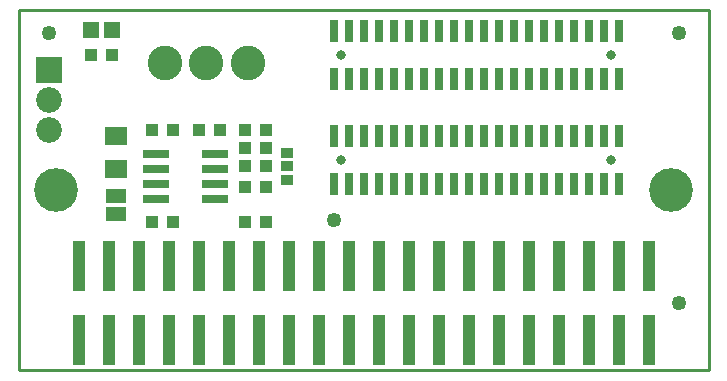
<source format=gbr>
G04 #@! TF.FileFunction,Soldermask,Top*
%FSLAX46Y46*%
G04 Gerber Fmt 4.6, Leading zero omitted, Abs format (unit mm)*
G04 Created by KiCad (PCBNEW 4.0.1-3.201512221401+6198~38~ubuntu15.10.1-stable) date Tue 05 Apr 2016 01:32:55 PM EEST*
%MOMM*%
G01*
G04 APERTURE LIST*
%ADD10C,0.100000*%
%ADD11C,0.254000*%
%ADD12R,1.117600X0.863600*%
%ADD13R,1.117600X1.117600*%
%ADD14C,2.940000*%
%ADD15C,0.801600*%
%ADD16R,0.801600X1.901600*%
%ADD17R,1.430000X1.460000*%
%ADD18R,1.879600X1.625600*%
%ADD19R,1.101600X4.351600*%
%ADD20R,1.701800X1.270000*%
%ADD21R,2.178000X2.178000*%
%ADD22C,2.178000*%
%ADD23C,1.254000*%
%ADD24C,3.700000*%
%ADD25R,2.301600X0.701600*%
G04 APERTURE END LIST*
D10*
D11*
X127000000Y-96520000D02*
X127000000Y-127000000D01*
X185420000Y-96520000D02*
X127000000Y-96520000D01*
X185420000Y-127000000D02*
X185420000Y-96520000D01*
X127000000Y-127000000D02*
X185420000Y-127000000D01*
D12*
X149733000Y-108585000D03*
X149733000Y-109728000D03*
X149733000Y-110871000D03*
D13*
X146177000Y-111506000D03*
X146177000Y-109728000D03*
X147955000Y-111506000D03*
X147955000Y-109728000D03*
D14*
X142875000Y-100965000D03*
X139375000Y-100965000D03*
X146375000Y-100965000D03*
D15*
X154305000Y-109220000D03*
D16*
X153670000Y-107188000D03*
X153670000Y-111252000D03*
X154940000Y-107188000D03*
X154940000Y-111252000D03*
X156210000Y-107188000D03*
X156210000Y-111252000D03*
X157480000Y-107188000D03*
X157480000Y-111252000D03*
X158750000Y-107188000D03*
X158750000Y-111252000D03*
X160020000Y-107188000D03*
X160020000Y-111252000D03*
X161290000Y-107188000D03*
X161290000Y-111252000D03*
X162560000Y-107188000D03*
X162560000Y-111252000D03*
X163830000Y-107188000D03*
X163830000Y-111252000D03*
X165100000Y-107188000D03*
X165100000Y-111252000D03*
X177800000Y-111252000D03*
X177800000Y-107188000D03*
X176530000Y-111252000D03*
X176530000Y-107188000D03*
X175260000Y-111252000D03*
X175260000Y-107188000D03*
X173990000Y-111252000D03*
X173990000Y-107188000D03*
X172720000Y-111252000D03*
X172720000Y-107188000D03*
X171450000Y-111252000D03*
X171450000Y-107188000D03*
X170180000Y-111252000D03*
X170180000Y-107188000D03*
X168910000Y-111252000D03*
X168910000Y-107188000D03*
X167640000Y-111252000D03*
X167640000Y-107188000D03*
X166370000Y-111252000D03*
X166370000Y-107188000D03*
D15*
X177165000Y-109220000D03*
X154305000Y-100330000D03*
D16*
X153670000Y-102362000D03*
X153670000Y-98298000D03*
X154940000Y-102362000D03*
X154940000Y-98298000D03*
X156210000Y-102362000D03*
X156210000Y-98298000D03*
X157480000Y-102362000D03*
X157480000Y-98298000D03*
X158750000Y-102362000D03*
X158750000Y-98298000D03*
X160020000Y-102362000D03*
X160020000Y-98298000D03*
X161290000Y-102362000D03*
X161290000Y-98298000D03*
X162560000Y-102362000D03*
X162560000Y-98298000D03*
X163830000Y-102362000D03*
X163830000Y-98298000D03*
X165100000Y-102362000D03*
X165100000Y-98298000D03*
X177800000Y-98298000D03*
X177800000Y-102362000D03*
X176530000Y-98298000D03*
X176530000Y-102362000D03*
X175260000Y-98298000D03*
X175260000Y-102362000D03*
X173990000Y-98298000D03*
X173990000Y-102362000D03*
X172720000Y-98298000D03*
X172720000Y-102362000D03*
X171450000Y-98298000D03*
X171450000Y-102362000D03*
X170180000Y-98298000D03*
X170180000Y-102362000D03*
X168910000Y-98298000D03*
X168910000Y-102362000D03*
X167640000Y-98298000D03*
X167640000Y-102362000D03*
X166370000Y-98298000D03*
X166370000Y-102362000D03*
D15*
X177165000Y-100330000D03*
D17*
X133096000Y-98171000D03*
X134874000Y-98171000D03*
D13*
X134874000Y-100330000D03*
X133096000Y-100330000D03*
X142240000Y-106680000D03*
X144018000Y-106680000D03*
X140081000Y-114427000D03*
X138303000Y-114427000D03*
X140081000Y-106680000D03*
X138303000Y-106680000D03*
X147955000Y-114427000D03*
X146177000Y-114427000D03*
X147955000Y-108204000D03*
X146177000Y-108204000D03*
D18*
X135255000Y-109982000D03*
X135255000Y-107188000D03*
D13*
X146177000Y-106680000D03*
X147955000Y-106680000D03*
D19*
X132080000Y-124410000D03*
X132080000Y-118160000D03*
X134620000Y-124410000D03*
X134620000Y-118160000D03*
X137160000Y-124410000D03*
X137160000Y-118160000D03*
X139700000Y-124410000D03*
X139700000Y-118160000D03*
X142240000Y-124410000D03*
X142240000Y-118160000D03*
X144780000Y-124410000D03*
X144780000Y-118160000D03*
X147320000Y-124410000D03*
X147320000Y-118160000D03*
X149860000Y-124410000D03*
X149860000Y-118160000D03*
X152400000Y-124410000D03*
X152400000Y-118160000D03*
X154940000Y-124410000D03*
X154940000Y-118160000D03*
X157480000Y-124410000D03*
X157480000Y-118160000D03*
X160020000Y-124410000D03*
X160020000Y-118160000D03*
X162560000Y-124410000D03*
X162560000Y-118160000D03*
X165100000Y-124410000D03*
X165100000Y-118160000D03*
X167640000Y-124410000D03*
X167640000Y-118160000D03*
X170180000Y-124410000D03*
X170180000Y-118160000D03*
X172720000Y-124410000D03*
X172720000Y-118160000D03*
X175260000Y-124410000D03*
X175260000Y-118160000D03*
X177800000Y-124410000D03*
X177800000Y-118160000D03*
X180340000Y-124410000D03*
X180340000Y-118160000D03*
D20*
X135255000Y-112268000D03*
X135255000Y-112268000D03*
X135255000Y-113792000D03*
D21*
X129540000Y-101600000D03*
D22*
X129540000Y-106680000D03*
X129540000Y-104140000D03*
D23*
X129540000Y-98425000D03*
X182880000Y-98425000D03*
X182880000Y-121285000D03*
D24*
X130175000Y-111760000D03*
X182245000Y-111760000D03*
D23*
X153670000Y-114300000D03*
D25*
X143597000Y-112522000D03*
X143597000Y-111252000D03*
X143597000Y-109982000D03*
X143597000Y-108712000D03*
X138597000Y-108712000D03*
X138597000Y-109982000D03*
X138597000Y-111252000D03*
X138597000Y-112522000D03*
M02*

</source>
